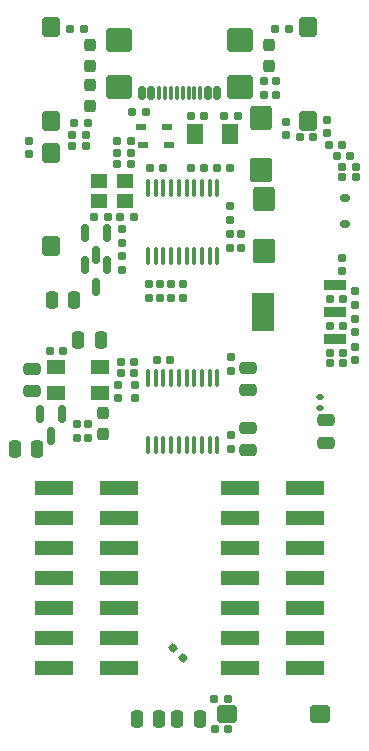
<source format=gbr>
%TF.GenerationSoftware,KiCad,Pcbnew,7.0.10*%
%TF.CreationDate,2024-01-15T20:05:46+01:00*%
%TF.ProjectId,tiny-scarab,74696e79-2d73-4636-9172-61622e6b6963,0.1*%
%TF.SameCoordinates,Original*%
%TF.FileFunction,Paste,Top*%
%TF.FilePolarity,Positive*%
%FSLAX46Y46*%
G04 Gerber Fmt 4.6, Leading zero omitted, Abs format (unit mm)*
G04 Created by KiCad (PCBNEW 7.0.10) date 2024-01-15 20:05:46*
%MOMM*%
%LPD*%
G01*
G04 APERTURE LIST*
G04 Aperture macros list*
%AMRoundRect*
0 Rectangle with rounded corners*
0 $1 Rounding radius*
0 $2 $3 $4 $5 $6 $7 $8 $9 X,Y pos of 4 corners*
0 Add a 4 corners polygon primitive as box body*
4,1,4,$2,$3,$4,$5,$6,$7,$8,$9,$2,$3,0*
0 Add four circle primitives for the rounded corners*
1,1,$1+$1,$2,$3*
1,1,$1+$1,$4,$5*
1,1,$1+$1,$6,$7*
1,1,$1+$1,$8,$9*
0 Add four rect primitives between the rounded corners*
20,1,$1+$1,$2,$3,$4,$5,0*
20,1,$1+$1,$4,$5,$6,$7,0*
20,1,$1+$1,$6,$7,$8,$9,0*
20,1,$1+$1,$8,$9,$2,$3,0*%
G04 Aperture macros list end*
%ADD10RoundRect,0.155000X0.212500X0.155000X-0.212500X0.155000X-0.212500X-0.155000X0.212500X-0.155000X0*%
%ADD11RoundRect,0.160000X-0.197500X-0.160000X0.197500X-0.160000X0.197500X0.160000X-0.197500X0.160000X0*%
%ADD12RoundRect,0.250000X-0.650000X0.800000X-0.650000X-0.800000X0.650000X-0.800000X0.650000X0.800000X0*%
%ADD13RoundRect,0.100000X-0.800000X0.950000X-0.800000X-0.950000X0.800000X-0.950000X0.800000X0.950000X0*%
%ADD14RoundRect,0.160000X-0.160000X0.197500X-0.160000X-0.197500X0.160000X-0.197500X0.160000X0.197500X0*%
%ADD15RoundRect,0.155000X-0.155000X0.212500X-0.155000X-0.212500X0.155000X-0.212500X0.155000X0.212500X0*%
%ADD16RoundRect,0.150000X-0.150000X0.587500X-0.150000X-0.587500X0.150000X-0.587500X0.150000X0.587500X0*%
%ADD17RoundRect,0.155000X-0.212500X-0.155000X0.212500X-0.155000X0.212500X0.155000X-0.212500X0.155000X0*%
%ADD18RoundRect,0.155000X0.155000X-0.212500X0.155000X0.212500X-0.155000X0.212500X-0.155000X-0.212500X0*%
%ADD19RoundRect,0.108750X0.191250X-0.108750X0.191250X0.108750X-0.191250X0.108750X-0.191250X-0.108750X0*%
%ADD20RoundRect,0.030000X0.370000X0.220000X-0.370000X0.220000X-0.370000X-0.220000X0.370000X-0.220000X0*%
%ADD21RoundRect,0.250000X-0.250000X-0.475000X0.250000X-0.475000X0.250000X0.475000X-0.250000X0.475000X0*%
%ADD22RoundRect,0.200000X0.550000X-0.625000X0.550000X0.625000X-0.550000X0.625000X-0.550000X-0.625000X0*%
%ADD23RoundRect,0.250000X-0.475000X0.250000X-0.475000X-0.250000X0.475000X-0.250000X0.475000X0.250000X0*%
%ADD24RoundRect,0.250001X-0.462499X-0.624999X0.462499X-0.624999X0.462499X0.624999X-0.462499X0.624999X0*%
%ADD25R,1.900000X0.950000*%
%ADD26R,1.900000X3.250000*%
%ADD27RoundRect,0.100000X0.100000X-0.637500X0.100000X0.637500X-0.100000X0.637500X-0.100000X-0.637500X0*%
%ADD28RoundRect,0.250000X0.475000X-0.250000X0.475000X0.250000X-0.475000X0.250000X-0.475000X-0.250000X0*%
%ADD29RoundRect,0.250000X0.250000X0.475000X-0.250000X0.475000X-0.250000X-0.475000X0.250000X-0.475000X0*%
%ADD30RoundRect,0.160000X-0.252791X0.026517X0.026517X-0.252791X0.252791X-0.026517X-0.026517X0.252791X0*%
%ADD31RoundRect,0.160000X0.197500X0.160000X-0.197500X0.160000X-0.197500X-0.160000X0.197500X-0.160000X0*%
%ADD32RoundRect,0.237500X-0.237500X0.287500X-0.237500X-0.287500X0.237500X-0.287500X0.237500X0.287500X0*%
%ADD33RoundRect,0.200000X-0.550000X0.625000X-0.550000X-0.625000X0.550000X-0.625000X0.550000X0.625000X0*%
%ADD34RoundRect,0.160000X0.160000X-0.197500X0.160000X0.197500X-0.160000X0.197500X-0.160000X-0.197500X0*%
%ADD35R,1.400000X1.200000*%
%ADD36RoundRect,0.200000X-0.625000X-0.550000X0.625000X-0.550000X0.625000X0.550000X-0.625000X0.550000X0*%
%ADD37RoundRect,0.237500X0.237500X-0.287500X0.237500X0.287500X-0.237500X0.287500X-0.237500X-0.287500X0*%
%ADD38RoundRect,0.157500X-0.257500X0.157500X-0.257500X-0.157500X0.257500X-0.157500X0.257500X0.157500X0*%
%ADD39R,3.180000X1.270000*%
%ADD40RoundRect,0.100000X-0.100000X0.637500X-0.100000X-0.637500X0.100000X-0.637500X0.100000X0.637500X0*%
%ADD41RoundRect,0.150000X0.150000X0.421750X-0.150000X0.421750X-0.150000X-0.421750X0.150000X-0.421750X0*%
%ADD42RoundRect,0.150000X0.150000X0.425000X-0.150000X0.425000X-0.150000X-0.425000X0.150000X-0.425000X0*%
%ADD43RoundRect,0.075000X0.075000X0.500000X-0.075000X0.500000X-0.075000X-0.500000X0.075000X-0.500000X0*%
%ADD44RoundRect,0.250000X0.840000X0.750000X-0.840000X0.750000X-0.840000X-0.750000X0.840000X-0.750000X0*%
%ADD45R,1.600200X1.244600*%
G04 APERTURE END LIST*
D10*
%TO.C,C15*%
X109089000Y-48228250D03*
X107954000Y-48228250D03*
%TD*%
D11*
%TO.C,R15*%
X86111750Y-35306000D03*
X87306750Y-35306000D03*
%TD*%
D12*
%TO.C,D1*%
X102171500Y-32947250D03*
D13*
X102171500Y-37347250D03*
%TD*%
D14*
%TO.C,R8*%
X99504500Y-42741250D03*
X99504500Y-43936250D03*
%TD*%
D15*
%TO.C,C27*%
X91503500Y-55534750D03*
X91503500Y-56669750D03*
%TD*%
D16*
%TO.C,Q3*%
X85309750Y-58022250D03*
X83409750Y-58022250D03*
X84359750Y-59897250D03*
%TD*%
D17*
%TO.C,C6*%
X107890500Y-35210750D03*
X109025500Y-35210750D03*
%TD*%
D18*
%TO.C,C11*%
X110077250Y-51081750D03*
X110077250Y-49946750D03*
%TD*%
D19*
%TO.C,F2*%
X107124500Y-57490500D03*
X107124500Y-56555500D03*
%TD*%
D20*
%TO.C,D3*%
X94159250Y-33718500D03*
X91959250Y-33718500D03*
%TD*%
D21*
%TO.C,C18*%
X84425750Y-48387000D03*
X86325750Y-48387000D03*
%TD*%
D15*
%TO.C,C10*%
X110077250Y-52328000D03*
X110077250Y-53463000D03*
%TD*%
D22*
%TO.C,SW2*%
X106140250Y-33160000D03*
X106140250Y-25260000D03*
%TD*%
D14*
%TO.C,R12*%
X90328750Y-42360250D03*
X90328750Y-43555250D03*
%TD*%
D17*
%TO.C,C28*%
X93317250Y-53467000D03*
X94452250Y-53467000D03*
%TD*%
D23*
%TO.C,C31*%
X101060250Y-59152750D03*
X101060250Y-61052750D03*
%TD*%
D10*
%TO.C,C13*%
X109089000Y-52800250D03*
X107954000Y-52800250D03*
%TD*%
D15*
%TO.C,C33*%
X99599750Y-53185250D03*
X99599750Y-54320250D03*
%TD*%
D24*
%TO.C,F1*%
X96524750Y-34321750D03*
X99499750Y-34321750D03*
%TD*%
D10*
%TO.C,C24*%
X89150000Y-41338500D03*
X88015000Y-41338500D03*
%TD*%
D22*
%TO.C,SW3*%
X84359750Y-33160000D03*
X84359750Y-25260000D03*
%TD*%
D25*
%TO.C,U1*%
X108364750Y-51671250D03*
X108364750Y-49371250D03*
D26*
X102264750Y-49371250D03*
D25*
X108364750Y-47071250D03*
%TD*%
D10*
%TO.C,C42*%
X91404250Y-53625750D03*
X90269250Y-53625750D03*
%TD*%
D17*
%TO.C,C8*%
X109033500Y-37052250D03*
X110168500Y-37052250D03*
%TD*%
D27*
%TO.C,U2*%
X92579000Y-44582000D03*
X93229000Y-44582000D03*
X93879000Y-44582000D03*
X94529000Y-44582000D03*
X95179000Y-44582000D03*
X95829000Y-44582000D03*
X96479000Y-44582000D03*
X97129000Y-44582000D03*
X97779000Y-44582000D03*
X98429000Y-44582000D03*
X98429000Y-38857000D03*
X97779000Y-38857000D03*
X97129000Y-38857000D03*
X96479000Y-38857000D03*
X95829000Y-38857000D03*
X95179000Y-38857000D03*
X94529000Y-38857000D03*
X93879000Y-38857000D03*
X93229000Y-38857000D03*
X92579000Y-38857000D03*
%TD*%
D18*
%TO.C,C26*%
X90011250Y-56669750D03*
X90011250Y-55534750D03*
%TD*%
D10*
%TO.C,C12*%
X109089000Y-53721000D03*
X107954000Y-53721000D03*
%TD*%
%TO.C,C41*%
X91404250Y-54546500D03*
X90269250Y-54546500D03*
%TD*%
D12*
%TO.C,D2*%
X102425500Y-39837000D03*
D13*
X102425500Y-44237000D03*
%TD*%
D18*
%TO.C,C17*%
X108997750Y-45906500D03*
X108997750Y-44771500D03*
%TD*%
D17*
%TO.C,C29*%
X98238500Y-84709000D03*
X99373500Y-84709000D03*
%TD*%
D14*
%TO.C,R5*%
X95504000Y-47027500D03*
X95504000Y-48222500D03*
%TD*%
D28*
%TO.C,C37*%
X82708750Y-56068000D03*
X82708750Y-54168000D03*
%TD*%
D17*
%TO.C,C5*%
X105445750Y-34544000D03*
X106580750Y-34544000D03*
%TD*%
D29*
%TO.C,C38*%
X83182500Y-60928250D03*
X81282500Y-60928250D03*
%TD*%
D17*
%TO.C,C20*%
X96206500Y-37179250D03*
X97341500Y-37179250D03*
%TD*%
D14*
%TO.C,R7*%
X93599000Y-47027500D03*
X93599000Y-48222500D03*
%TD*%
D30*
%TO.C,R22*%
X94668754Y-77841254D03*
X95513746Y-78686246D03*
%TD*%
D23*
%TO.C,C32*%
X107664250Y-58549500D03*
X107664250Y-60449500D03*
%TD*%
D17*
%TO.C,C9*%
X109033500Y-37973000D03*
X110168500Y-37973000D03*
%TD*%
D31*
%TO.C,R13*%
X87529000Y-33401000D03*
X86334000Y-33401000D03*
%TD*%
%TO.C,R14*%
X87306750Y-34353500D03*
X86111750Y-34353500D03*
%TD*%
D32*
%TO.C,LED3*%
X87693500Y-26747500D03*
X87693500Y-28497500D03*
%TD*%
%TO.C,LED1*%
X102806500Y-26747500D03*
X102806500Y-28497500D03*
%TD*%
D10*
%TO.C,C36*%
X85371750Y-52705000D03*
X84236750Y-52705000D03*
%TD*%
D16*
%TO.C,Q1*%
X89119750Y-42655250D03*
X87219750Y-42655250D03*
X88169750Y-44530250D03*
%TD*%
D33*
%TO.C,SW1*%
X84359750Y-35864500D03*
X84359750Y-43764500D03*
%TD*%
D21*
%TO.C,C40*%
X95030250Y-83820000D03*
X96930250Y-83820000D03*
%TD*%
D34*
%TO.C,R4*%
X92646500Y-48222500D03*
X92646500Y-47027500D03*
%TD*%
D11*
%TO.C,R18*%
X89953500Y-35877500D03*
X91148500Y-35877500D03*
%TD*%
D10*
%TO.C,C21*%
X99532250Y-37179250D03*
X98397250Y-37179250D03*
%TD*%
D18*
%TO.C,C34*%
X99599750Y-60956000D03*
X99599750Y-59821000D03*
%TD*%
D34*
%TO.C,R6*%
X94551500Y-48222500D03*
X94551500Y-47027500D03*
%TD*%
D28*
%TO.C,C30*%
X101060250Y-55972750D03*
X101060250Y-54072750D03*
%TD*%
D34*
%TO.C,R3*%
X102425500Y-31014000D03*
X102425500Y-29819000D03*
%TD*%
D14*
%TO.C,R25*%
X87471250Y-58806750D03*
X87471250Y-60001750D03*
%TD*%
D31*
%TO.C,R2*%
X87148000Y-25400000D03*
X85953000Y-25400000D03*
%TD*%
D35*
%TO.C,XTAL1*%
X90635000Y-38266000D03*
X88435000Y-38266000D03*
X88435000Y-39966000D03*
X90635000Y-39966000D03*
%TD*%
D17*
%TO.C,C7*%
X108557250Y-36131500D03*
X109692250Y-36131500D03*
%TD*%
D31*
%TO.C,R17*%
X91148500Y-34925000D03*
X89953500Y-34925000D03*
%TD*%
D21*
%TO.C,C35*%
X86648250Y-51720750D03*
X88548250Y-51720750D03*
%TD*%
D34*
%TO.C,R24*%
X86518750Y-60001750D03*
X86518750Y-58806750D03*
%TD*%
D36*
%TO.C,SW4*%
X99269250Y-83439000D03*
X107169250Y-83439000D03*
%TD*%
D37*
%TO.C,LED4*%
X88773000Y-59676000D03*
X88773000Y-57926000D03*
%TD*%
D16*
%TO.C,Q2*%
X89119750Y-45385750D03*
X87219750Y-45385750D03*
X88169750Y-47260750D03*
%TD*%
D21*
%TO.C,C39*%
X91601250Y-83820000D03*
X93501250Y-83820000D03*
%TD*%
D11*
%TO.C,R1*%
X103352000Y-25400000D03*
X104547000Y-25400000D03*
%TD*%
D38*
%TO.C,D5*%
X109283500Y-39683750D03*
X109283500Y-41913750D03*
%TD*%
D10*
%TO.C,C14*%
X109089000Y-50514250D03*
X107954000Y-50514250D03*
%TD*%
D14*
%TO.C,R11*%
X90328750Y-44582750D03*
X90328750Y-45777750D03*
%TD*%
D34*
%TO.C,R10*%
X99504500Y-41555000D03*
X99504500Y-40360000D03*
%TD*%
D17*
%TO.C,C2*%
X91253500Y-32448500D03*
X92388500Y-32448500D03*
%TD*%
%TO.C,C19*%
X92745750Y-37179250D03*
X93880750Y-37179250D03*
%TD*%
D39*
%TO.C,J4*%
X100394000Y-64262000D03*
X105854000Y-64262000D03*
X100394000Y-66802000D03*
X105854000Y-66802000D03*
X100394000Y-69342000D03*
X105854000Y-69342000D03*
X100394000Y-71882000D03*
X105854000Y-71882000D03*
X100394000Y-74422000D03*
X105854000Y-74422000D03*
X100394000Y-76962000D03*
X105854000Y-76962000D03*
X100394000Y-79502000D03*
X105854000Y-79502000D03*
%TD*%
D40*
%TO.C,U3*%
X98429000Y-54922500D03*
X97779000Y-54922500D03*
X97129000Y-54922500D03*
X96479000Y-54922500D03*
X95829000Y-54922500D03*
X95179000Y-54922500D03*
X94529000Y-54922500D03*
X93879000Y-54922500D03*
X93229000Y-54922500D03*
X92579000Y-54922500D03*
X92579000Y-60647500D03*
X93229000Y-60647500D03*
X93879000Y-60647500D03*
X94529000Y-60647500D03*
X95179000Y-60647500D03*
X95829000Y-60647500D03*
X96479000Y-60647500D03*
X97129000Y-60647500D03*
X97779000Y-60647500D03*
X98429000Y-60647500D03*
%TD*%
D10*
%TO.C,C1*%
X97341500Y-32734250D03*
X96206500Y-32734250D03*
%TD*%
D20*
%TO.C,D4*%
X94381500Y-35242500D03*
X92181500Y-35242500D03*
%TD*%
D41*
%TO.C,J1*%
X98450000Y-30861250D03*
D42*
X97650000Y-30858000D03*
D43*
X96500000Y-30858000D03*
X95500000Y-30858000D03*
X95000000Y-30858000D03*
X94000000Y-30858000D03*
D42*
X92850000Y-30858000D03*
D41*
X92050000Y-30861250D03*
X92050000Y-30861250D03*
D42*
X92850000Y-30858000D03*
D43*
X93500000Y-30858000D03*
X94500000Y-30858000D03*
X96000000Y-30858000D03*
X97000000Y-30858000D03*
D42*
X97650000Y-30858000D03*
D41*
X98450000Y-30861250D03*
D44*
X100360000Y-30283000D03*
X100360000Y-26353000D03*
X90140000Y-30283000D03*
X90140000Y-26353000D03*
%TD*%
D10*
%TO.C,C3*%
X100167250Y-32734250D03*
X99032250Y-32734250D03*
%TD*%
D15*
%TO.C,C4*%
X104267000Y-33246250D03*
X104267000Y-34381250D03*
%TD*%
D17*
%TO.C,C25*%
X90237500Y-41338500D03*
X91372500Y-41338500D03*
%TD*%
D11*
%TO.C,R23*%
X98176750Y-82169000D03*
X99371750Y-82169000D03*
%TD*%
D15*
%TO.C,C16*%
X110077250Y-47629000D03*
X110077250Y-48764000D03*
%TD*%
D11*
%TO.C,R19*%
X89953500Y-36830000D03*
X91148500Y-36830000D03*
%TD*%
D34*
%TO.C,R9*%
X100457000Y-43936250D03*
X100457000Y-42741250D03*
%TD*%
D15*
%TO.C,C22*%
X82518250Y-34865500D03*
X82518250Y-36000500D03*
%TD*%
D14*
%TO.C,R16*%
X103409750Y-29819000D03*
X103409750Y-31014000D03*
%TD*%
D15*
%TO.C,C23*%
X107759500Y-33087500D03*
X107759500Y-34222500D03*
%TD*%
D45*
%TO.C,XTAL2*%
X88463999Y-54049750D03*
X84764001Y-54049750D03*
X84764001Y-56249750D03*
X88463999Y-56249750D03*
%TD*%
D32*
%TO.C,LED2*%
X87693500Y-30176500D03*
X87693500Y-31926500D03*
%TD*%
D39*
%TO.C,J3*%
X84646000Y-64262000D03*
X90106000Y-64262000D03*
X84646000Y-66802000D03*
X90106000Y-66802000D03*
X84646000Y-69342000D03*
X90106000Y-69342000D03*
X84646000Y-71882000D03*
X90106000Y-71882000D03*
X84646000Y-74422000D03*
X90106000Y-74422000D03*
X84646000Y-76962000D03*
X90106000Y-76962000D03*
X84646000Y-79502000D03*
X90106000Y-79502000D03*
%TD*%
M02*

</source>
